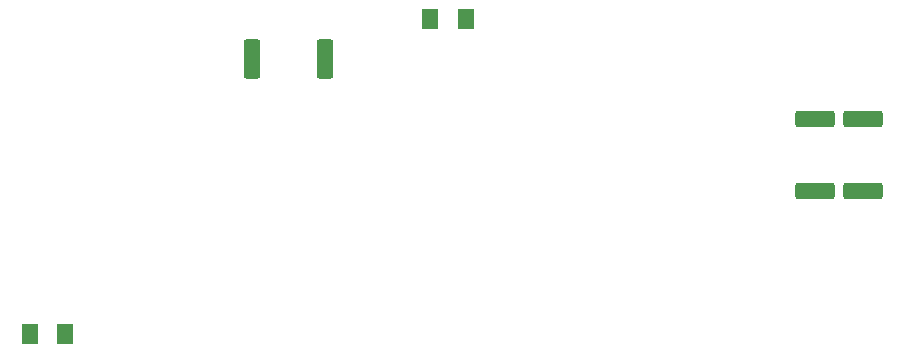
<source format=gbr>
%TF.GenerationSoftware,KiCad,Pcbnew,7.0.7*%
%TF.CreationDate,2023-10-10T01:29:58-06:00*%
%TF.ProjectId,USB_curve_tracer,5553425f-6375-4727-9665-5f7472616365,3*%
%TF.SameCoordinates,Original*%
%TF.FileFunction,Paste,Top*%
%TF.FilePolarity,Positive*%
%FSLAX46Y46*%
G04 Gerber Fmt 4.6, Leading zero omitted, Abs format (unit mm)*
G04 Created by KiCad (PCBNEW 7.0.7) date 2023-10-10 01:29:58*
%MOMM*%
%LPD*%
G01*
G04 APERTURE LIST*
G04 Aperture macros list*
%AMRoundRect*
0 Rectangle with rounded corners*
0 $1 Rounding radius*
0 $2 $3 $4 $5 $6 $7 $8 $9 X,Y pos of 4 corners*
0 Add a 4 corners polygon primitive as box body*
4,1,4,$2,$3,$4,$5,$6,$7,$8,$9,$2,$3,0*
0 Add four circle primitives for the rounded corners*
1,1,$1+$1,$2,$3*
1,1,$1+$1,$4,$5*
1,1,$1+$1,$6,$7*
1,1,$1+$1,$8,$9*
0 Add four rect primitives between the rounded corners*
20,1,$1+$1,$2,$3,$4,$5,0*
20,1,$1+$1,$4,$5,$6,$7,0*
20,1,$1+$1,$6,$7,$8,$9,0*
20,1,$1+$1,$8,$9,$2,$3,0*%
G04 Aperture macros list end*
%ADD10RoundRect,0.250001X-0.462499X-0.624999X0.462499X-0.624999X0.462499X0.624999X-0.462499X0.624999X0*%
%ADD11RoundRect,0.249999X0.450001X1.425001X-0.450001X1.425001X-0.450001X-1.425001X0.450001X-1.425001X0*%
%ADD12RoundRect,0.249999X-1.425001X0.450001X-1.425001X-0.450001X1.425001X-0.450001X1.425001X0.450001X0*%
%ADD13RoundRect,0.250001X0.462499X0.624999X-0.462499X0.624999X-0.462499X-0.624999X0.462499X-0.624999X0*%
G04 APERTURE END LIST*
D10*
%TO.C,F2*%
X109682500Y-88310000D03*
X112657500Y-88310000D03*
%TD*%
D11*
%TO.C,R36*%
X100720000Y-91710000D03*
X94620000Y-91710000D03*
%TD*%
D12*
%TO.C,R13*%
X146270000Y-96760000D03*
X146270000Y-102860000D03*
%TD*%
D13*
%TO.C,F1*%
X78754556Y-115007056D03*
X75779556Y-115007056D03*
%TD*%
D12*
%TO.C,R37*%
X142270000Y-96760000D03*
X142270000Y-102860000D03*
%TD*%
M02*

</source>
